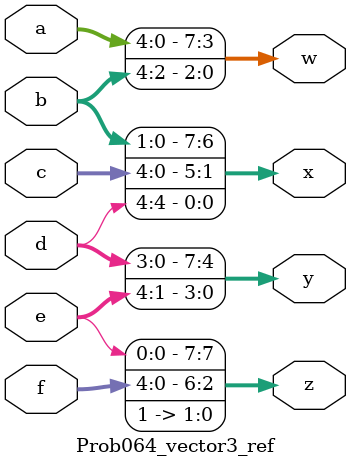
<source format=sv>

module Prob064_vector3_ref (
  input [4:0] a,
  input [4:0] b,
  input [4:0] c,
  input [4:0] d,
  input [4:0] e,
  input [4:0] f,
  output [7:0] w,
  output [7:0] x,
  output [7:0] y,
  output [7:0] z
);

  assign { w,x,y,z} = {a,b,c,d,e,f,2'b11};

endmodule


</source>
